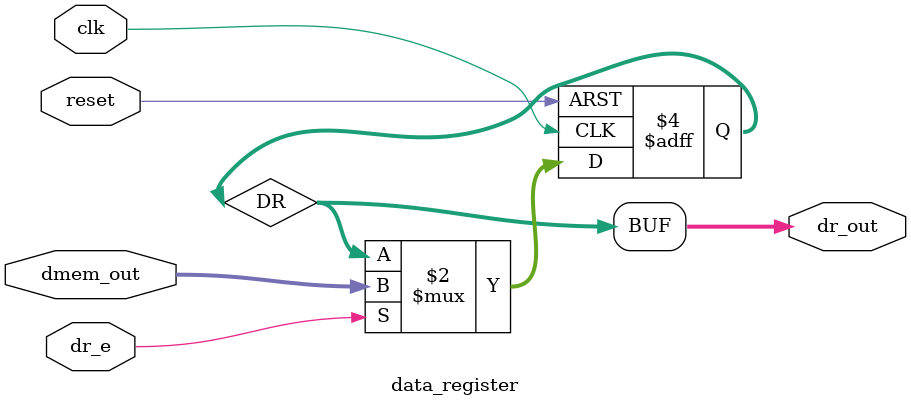
<source format=v>
`timescale 1ns / 1ps


module data_register (
    input wire clk,
    input wire reset,
    input wire dr_e,
    input wire [7:0] dmem_out,
    output wire [7:0] dr_out
);

    reg [7:0] DR;

    always @(posedge clk or posedge reset) begin
        if (reset) begin
            DR <= 8'b0;
        end else if (dr_e) begin
            DR <= dmem_out;
        end
    end

    assign dr_out = DR;

endmodule

</source>
